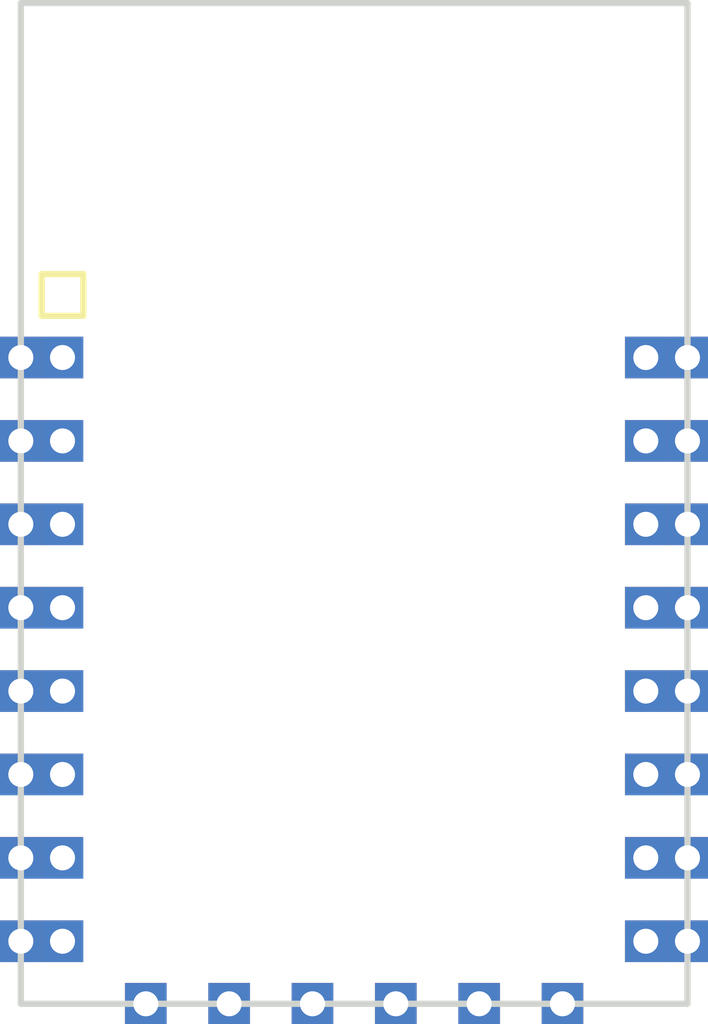
<source format=kicad_pcb>
(kicad_pcb (version 4) (host pcbnew 4.0.7)

  (general
    (links 16)
    (no_connects 16)
    (area 139.8011 92.728599 157.2011 117.7036)
    (thickness 1.6)
    (drawings 0)
    (tracks 16)
    (zones 0)
    (modules 1)
    (nets 17)
  )

  (page A4)
  (layers
    (0 F.Cu signal)
    (31 B.Cu signal)
    (32 B.Adhes user)
    (33 F.Adhes user)
    (34 B.Paste user)
    (35 F.Paste user)
    (36 B.SilkS user)
    (37 F.SilkS user)
    (38 B.Mask user)
    (39 F.Mask user)
    (40 Dwgs.User user)
    (41 Cmts.User user)
    (42 Eco1.User user)
    (43 Eco2.User user)
    (44 Edge.Cuts user)
    (45 Margin user)
    (46 B.CrtYd user)
    (47 F.CrtYd user)
    (48 B.Fab user)
    (49 F.Fab user)
  )

  (setup
    (last_trace_width 0.25)
    (trace_clearance 0.2)
    (zone_clearance 0.508)
    (zone_45_only no)
    (trace_min 0.2)
    (segment_width 0.2)
    (edge_width 0.15)
    (via_size 0.6)
    (via_drill 0.4)
    (via_min_size 0.4)
    (via_min_drill 0.3)
    (uvia_size 0.3)
    (uvia_drill 0.1)
    (uvias_allowed no)
    (uvia_min_size 0.2)
    (uvia_min_drill 0.1)
    (pcb_text_width 0.3)
    (pcb_text_size 1.5 1.5)
    (mod_edge_width 0.15)
    (mod_text_size 1 1)
    (mod_text_width 0.15)
    (pad_size 1.524 1.524)
    (pad_drill 0.762)
    (pad_to_mask_clearance 0.2)
    (aux_axis_origin 157.5 92)
    (visible_elements 7FFFFFFF)
    (pcbplotparams
      (layerselection 0x010f0_80000001)
      (usegerberextensions true)
      (usegerberattributes true)
      (excludeedgelayer true)
      (linewidth 0.100000)
      (plotframeref false)
      (viasonmask false)
      (mode 1)
      (useauxorigin true)
      (hpglpennumber 1)
      (hpglpenspeed 20)
      (hpglpendiameter 15)
      (hpglpenoverlay 2)
      (psnegative false)
      (psa4output false)
      (plotreference false)
      (plotvalue false)
      (plotinvisibletext false)
      (padsonsilk false)
      (subtractmaskfromsilk false)
      (outputformat 1)
      (mirror false)
      (drillshape 0)
      (scaleselection 1)
      (outputdirectory gerbers/))
  )

  (net 0 "")
  (net 1 "Net-(U1-Pad1)")
  (net 2 "Net-(U1-Pad2)")
  (net 3 "Net-(U1-Pad3)")
  (net 4 "Net-(U1-Pad4)")
  (net 5 "Net-(U1-Pad5)")
  (net 6 "Net-(U1-Pad6)")
  (net 7 "Net-(U1-Pad7)")
  (net 8 "Net-(U1-Pad16)")
  (net 9 "Net-(U1-Pad17)")
  (net 10 "Net-(U1-Pad18)")
  (net 11 "Net-(U1-Pad19)")
  (net 12 "Net-(U1-Pad20)")
  (net 13 "Net-(U1-Pad21)")
  (net 14 "Net-(U1-Pad22)")
  (net 15 +3V3)
  (net 16 GND)

  (net_class Default "This is the default net class."
    (clearance 0.2)
    (trace_width 0.25)
    (via_dia 0.6)
    (via_drill 0.4)
    (uvia_dia 0.3)
    (uvia_drill 0.1)
    (add_net +3V3)
    (add_net GND)
    (add_net "Net-(U1-Pad1)")
    (add_net "Net-(U1-Pad16)")
    (add_net "Net-(U1-Pad17)")
    (add_net "Net-(U1-Pad18)")
    (add_net "Net-(U1-Pad19)")
    (add_net "Net-(U1-Pad2)")
    (add_net "Net-(U1-Pad20)")
    (add_net "Net-(U1-Pad21)")
    (add_net "Net-(U1-Pad22)")
    (add_net "Net-(U1-Pad3)")
    (add_net "Net-(U1-Pad4)")
    (add_net "Net-(U1-Pad5)")
    (add_net "Net-(U1-Pad6)")
    (add_net "Net-(U1-Pad7)")
  )

  (module footprints:ESP12_BASE (layer F.Cu) (tedit 596E5602) (tstamp 596E5532)
    (at 148.5011 105.0036)
    (path /596E53C6)
    (fp_text reference U1 (at -3.475 7.45) (layer F.SilkS) hide
      (effects (font (size 1 1) (thickness 0.15)))
    )
    (fp_text value ESP-12E (at -1.15 -7.925) (layer F.Fab) hide
      (effects (font (size 1 1) (thickness 0.15)))
    )
    (fp_line (start -7.5 -4.5) (end -7.5 -5.5) (layer F.SilkS) (width 0.15))
    (fp_line (start -6.5 -4.5) (end -7.5 -4.5) (layer F.SilkS) (width 0.15))
    (fp_line (start -6.5 -5.5) (end -6.5 -4.5) (layer F.SilkS) (width 0.15))
    (fp_line (start -7.5 -5.5) (end -6.5 -5.5) (layer F.SilkS) (width 0.15))
    (fp_line (start -8 12) (end -8 -12) (layer Edge.Cuts) (width 0.15))
    (fp_line (start 8 12) (end -8 12) (layer Edge.Cuts) (width 0.15))
    (fp_line (start 8 -12) (end 8 12) (layer Edge.Cuts) (width 0.15))
    (fp_line (start -8 -12) (end 8 -12) (layer Edge.Cuts) (width 0.15))
    (pad 1 thru_hole rect (at -8 -3.5) (size 1 1) (drill 0.6) (layers *.Cu *.Mask)
      (net 1 "Net-(U1-Pad1)"))
    (pad 2 thru_hole rect (at -8 -1.5) (size 1 1) (drill 0.6) (layers *.Cu *.Mask)
      (net 2 "Net-(U1-Pad2)"))
    (pad 2 thru_hole rect (at -7 -1.5) (size 1 1) (drill 0.6) (layers *.Cu *.Mask)
      (net 2 "Net-(U1-Pad2)"))
    (pad 3 thru_hole rect (at -8 0.5) (size 1 1) (drill 0.6) (layers *.Cu *.Mask)
      (net 3 "Net-(U1-Pad3)"))
    (pad 4 thru_hole rect (at -8 2.5) (size 1 1) (drill 0.6) (layers *.Cu *.Mask)
      (net 4 "Net-(U1-Pad4)"))
    (pad 5 thru_hole rect (at -8 4.5) (size 1 1) (drill 0.6) (layers *.Cu *.Mask)
      (net 5 "Net-(U1-Pad5)"))
    (pad 6 thru_hole rect (at -8 6.5) (size 1 1) (drill 0.6) (layers *.Cu *.Mask)
      (net 6 "Net-(U1-Pad6)"))
    (pad 7 thru_hole rect (at -8 8.5) (size 1 1) (drill 0.6) (layers *.Cu *.Mask)
      (net 7 "Net-(U1-Pad7)"))
    (pad 8 thru_hole rect (at -8 10.5) (size 1 1) (drill 0.6) (layers *.Cu *.Mask)
      (net 15 +3V3))
    (pad 3 thru_hole rect (at -7 0.5) (size 1 1) (drill 0.6) (layers *.Cu *.Mask)
      (net 3 "Net-(U1-Pad3)"))
    (pad 4 thru_hole rect (at -7 2.5) (size 1 1) (drill 0.6) (layers *.Cu *.Mask)
      (net 4 "Net-(U1-Pad4)"))
    (pad 5 thru_hole rect (at -7 4.5) (size 1 1) (drill 0.6) (layers *.Cu *.Mask)
      (net 5 "Net-(U1-Pad5)"))
    (pad 6 thru_hole rect (at -7 6.5) (size 1 1) (drill 0.6) (layers *.Cu *.Mask)
      (net 6 "Net-(U1-Pad6)"))
    (pad 7 thru_hole rect (at -7 8.5) (size 1 1) (drill 0.6) (layers *.Cu *.Mask)
      (net 7 "Net-(U1-Pad7)"))
    (pad 8 thru_hole rect (at -7 10.5) (size 1 1) (drill 0.6) (layers *.Cu *.Mask)
      (net 15 +3V3))
    (pad 1 thru_hole rect (at -7 -3.5) (size 1 1) (drill 0.6) (layers *.Cu *.Mask)
      (net 1 "Net-(U1-Pad1)"))
    (pad 9 thru_hole rect (at -5 12) (size 1 1) (drill 0.6) (layers *.Cu *.Mask))
    (pad 10 thru_hole rect (at -3 12) (size 1 1) (drill 0.6) (layers *.Cu *.Mask))
    (pad 11 thru_hole rect (at -1 12) (size 1 1) (drill 0.6) (layers *.Cu *.Mask))
    (pad 12 thru_hole rect (at 1 12) (size 1 1) (drill 0.6) (layers *.Cu *.Mask))
    (pad 13 thru_hole rect (at 3 12) (size 1 1) (drill 0.6) (layers *.Cu *.Mask))
    (pad 14 thru_hole rect (at 5 12) (size 1 1) (drill 0.6) (layers *.Cu *.Mask))
    (pad 15 thru_hole rect (at 8 10.5) (size 1 1) (drill 0.6) (layers *.Cu *.Mask)
      (net 16 GND))
    (pad 16 thru_hole rect (at 8 8.5) (size 1 1) (drill 0.6) (layers *.Cu *.Mask)
      (net 8 "Net-(U1-Pad16)"))
    (pad 17 thru_hole rect (at 8 6.5) (size 1 1) (drill 0.6) (layers *.Cu *.Mask)
      (net 9 "Net-(U1-Pad17)"))
    (pad 18 thru_hole rect (at 8 4.5) (size 1 1) (drill 0.6) (layers *.Cu *.Mask)
      (net 10 "Net-(U1-Pad18)"))
    (pad 19 thru_hole rect (at 8 2.5) (size 1 1) (drill 0.6) (layers *.Cu *.Mask)
      (net 11 "Net-(U1-Pad19)"))
    (pad 20 thru_hole rect (at 8 0.5) (size 1 1) (drill 0.6) (layers *.Cu *.Mask)
      (net 12 "Net-(U1-Pad20)"))
    (pad 21 thru_hole rect (at 8 -1.5) (size 1 1) (drill 0.6) (layers *.Cu *.Mask)
      (net 13 "Net-(U1-Pad21)"))
    (pad 22 thru_hole rect (at 8 -3.5) (size 1 1) (drill 0.6) (layers *.Cu *.Mask)
      (net 14 "Net-(U1-Pad22)"))
    (pad 15 thru_hole rect (at 7 10.5) (size 1 1) (drill 0.6) (layers *.Cu *.Mask)
      (net 16 GND))
    (pad 16 thru_hole rect (at 7 8.5) (size 1 1) (drill 0.6) (layers *.Cu *.Mask)
      (net 8 "Net-(U1-Pad16)"))
    (pad 17 thru_hole rect (at 7 6.5) (size 1 1) (drill 0.6) (layers *.Cu *.Mask)
      (net 9 "Net-(U1-Pad17)"))
    (pad 18 thru_hole rect (at 7 4.5) (size 1 1) (drill 0.6) (layers *.Cu *.Mask)
      (net 10 "Net-(U1-Pad18)"))
    (pad 19 thru_hole rect (at 7 2.5) (size 1 1) (drill 0.6) (layers *.Cu *.Mask)
      (net 11 "Net-(U1-Pad19)"))
    (pad 20 thru_hole rect (at 7 0.5) (size 1 1) (drill 0.6) (layers *.Cu *.Mask)
      (net 12 "Net-(U1-Pad20)"))
    (pad 21 thru_hole rect (at 7 -1.5) (size 1 1) (drill 0.6) (layers *.Cu *.Mask)
      (net 13 "Net-(U1-Pad21)"))
    (pad 22 thru_hole rect (at 7 -3.5) (size 1 1) (drill 0.6) (layers *.Cu *.Mask)
      (net 14 "Net-(U1-Pad22)"))
  )

  (segment (start 140.5011 101.5036) (end 141.5011 101.5036) (width 0.25) (layer F.Cu) (net 1))
  (segment (start 140.5011 103.5036) (end 141.5011 103.5036) (width 0.25) (layer F.Cu) (net 2))
  (segment (start 140.5011 105.5036) (end 141.5011 105.5036) (width 0.25) (layer F.Cu) (net 3))
  (segment (start 140.5011 107.5036) (end 141.5011 107.5036) (width 0.25) (layer F.Cu) (net 4))
  (segment (start 140.5011 109.5036) (end 141.5011 109.5036) (width 0.25) (layer F.Cu) (net 5))
  (segment (start 140.5011 111.5036) (end 141.5011 111.5036) (width 0.25) (layer F.Cu) (net 6))
  (segment (start 141.5011 113.5036) (end 140.5011 113.5036) (width 0.25) (layer F.Cu) (net 7))
  (segment (start 156.5011 113.5036) (end 155.5011 113.5036) (width 0.25) (layer F.Cu) (net 8))
  (segment (start 156.5011 111.5036) (end 155.5011 111.5036) (width 0.25) (layer F.Cu) (net 9))
  (segment (start 156.5011 109.5036) (end 155.5011 109.5036) (width 0.25) (layer F.Cu) (net 10))
  (segment (start 155.5011 107.5036) (end 156.5011 107.5036) (width 0.25) (layer F.Cu) (net 11))
  (segment (start 156.5011 105.5036) (end 155.5011 105.5036) (width 0.25) (layer F.Cu) (net 12))
  (segment (start 155.5011 103.5036) (end 156.5011 103.5036) (width 0.25) (layer F.Cu) (net 13))
  (segment (start 156.5011 101.5036) (end 155.5011 101.5036) (width 0.25) (layer F.Cu) (net 14))
  (segment (start 141.5011 115.5036) (end 140.5011 115.5036) (width 0.25) (layer F.Cu) (net 15))
  (segment (start 156.5011 115.5036) (end 155.5011 115.5036) (width 0.25) (layer F.Cu) (net 16))

)

</source>
